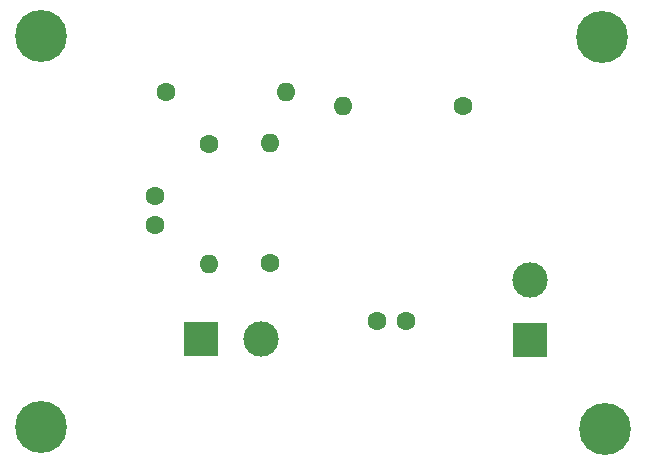
<source format=gbr>
%TF.GenerationSoftware,KiCad,Pcbnew,(5.1.7)-1*%
%TF.CreationDate,2022-10-27T22:03:01+03:00*%
%TF.ProjectId,wien_osc,7769656e-5f6f-4736-932e-6b696361645f,rev?*%
%TF.SameCoordinates,Original*%
%TF.FileFunction,Soldermask,Bot*%
%TF.FilePolarity,Negative*%
%FSLAX46Y46*%
G04 Gerber Fmt 4.6, Leading zero omitted, Abs format (unit mm)*
G04 Created by KiCad (PCBNEW (5.1.7)-1) date 2022-10-27 22:03:01*
%MOMM*%
%LPD*%
G01*
G04 APERTURE LIST*
%ADD10C,4.400000*%
%ADD11O,1.600000X1.600000*%
%ADD12C,1.600000*%
%ADD13C,3.000000*%
%ADD14R,3.000000X3.000000*%
G04 APERTURE END LIST*
D10*
%TO.C,H4*%
X172720000Y-117094000D03*
%TD*%
D11*
%TO.C,2100 ohm*%
X150530560Y-89748360D03*
D12*
X160690560Y-89748360D03*
%TD*%
D11*
%TO.C,1k ohm*%
X144332960Y-92890340D03*
D12*
X144332960Y-103050340D03*
%TD*%
D11*
%TO.C,1k ohm*%
X145719800Y-88595200D03*
D12*
X135559800Y-88595200D03*
%TD*%
D11*
%TO.C,1k ohm*%
X139181840Y-103174800D03*
D12*
X139181840Y-93014800D03*
%TD*%
D13*
%TO.C,9 V*%
X166375080Y-104475280D03*
D14*
X166375080Y-109555280D03*
%TD*%
D13*
%TO.C,9V*%
X143570960Y-109468920D03*
D14*
X138490960Y-109468920D03*
%TD*%
D10*
%TO.C,H3*%
X172500000Y-83954620D03*
%TD*%
%TO.C,H2*%
X125000000Y-116906040D03*
%TD*%
%TO.C,H1*%
X125000000Y-83868260D03*
%TD*%
D12*
%TO.C,0.1 uF*%
X153395040Y-107955080D03*
X155895040Y-107955080D03*
%TD*%
%TO.C,0.1 uF*%
X134653020Y-97352480D03*
X134653020Y-99852480D03*
%TD*%
M02*

</source>
